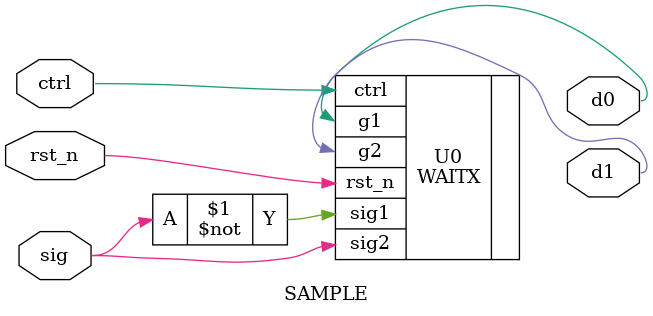
<source format=v>
module SAMPLE (
    input sig,
    input ctrl,
    input rst_n,
    output d0,
    output d1
);
    
    WAITX U0 (
        .sig1(~sig),
        .sig2(sig),
        .ctrl(ctrl),
        .rst_n(rst_n),
        .g1(d0),
        .g2(d1)
    );

endmodule
</source>
